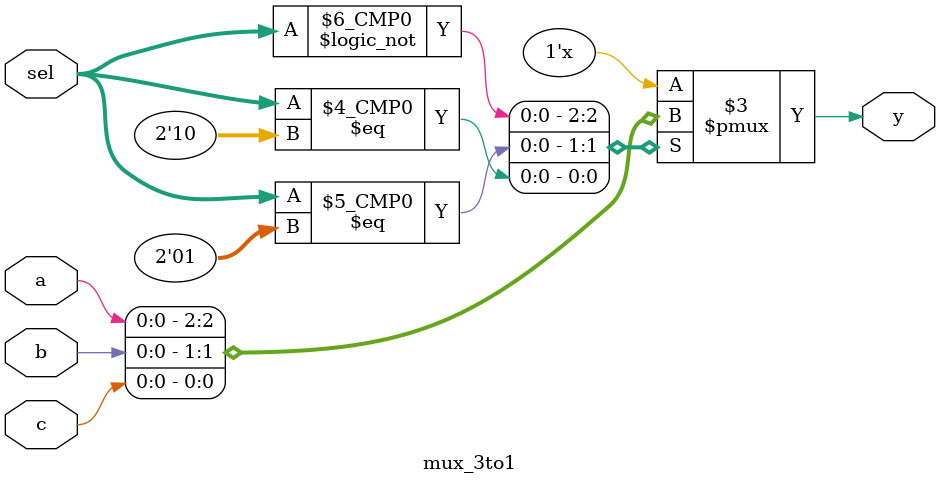
<source format=sv>
module mux_3to1 (
    input logic [1:0] sel,   
    input logic a,           
    input logic b,           
    input logic c,           
    output logic y           
);

    
    always_comb begin
        case(sel)
            2'b00: y = a;  //if s=00
            2'b01: y = b;  // If s=01
            2'b10: y = c;  // If s=10
            default: y = 1'bx; // default case (undefined)
        endcase
    end

endmodule

</source>
